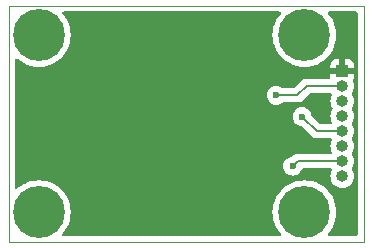
<source format=gbr>
%TF.GenerationSoftware,KiCad,Pcbnew,8.0.2*%
%TF.CreationDate,2025-01-22T12:11:11+05:30*%
%TF.ProjectId,pogo_adapter,706f676f-5f61-4646-9170-7465722e6b69,rev?*%
%TF.SameCoordinates,Original*%
%TF.FileFunction,Copper,L2,Bot*%
%TF.FilePolarity,Positive*%
%FSLAX46Y46*%
G04 Gerber Fmt 4.6, Leading zero omitted, Abs format (unit mm)*
G04 Created by KiCad (PCBNEW 8.0.2) date 2025-01-22 12:11:11*
%MOMM*%
%LPD*%
G01*
G04 APERTURE LIST*
%TA.AperFunction,ComponentPad*%
%ADD10C,4.400000*%
%TD*%
%TA.AperFunction,ComponentPad*%
%ADD11R,1.000000X1.000000*%
%TD*%
%TA.AperFunction,ComponentPad*%
%ADD12O,1.000000X1.000000*%
%TD*%
%TA.AperFunction,ViaPad*%
%ADD13C,0.600000*%
%TD*%
%TA.AperFunction,Conductor*%
%ADD14C,0.200000*%
%TD*%
%TA.AperFunction,Profile*%
%ADD15C,0.050000*%
%TD*%
G04 APERTURE END LIST*
D10*
%TO.P,M3,1*%
%TO.N,N/C*%
X82500000Y-87500000D03*
%TD*%
%TO.P,M4,1*%
%TO.N,N/C*%
X105000000Y-87500000D03*
%TD*%
%TO.P,M2,1*%
%TO.N,N/C*%
X105000000Y-72500000D03*
%TD*%
%TO.P,M1,1*%
%TO.N,N/C*%
X82500000Y-72500000D03*
%TD*%
D11*
%TO.P,J2,1,Pin_1*%
%TO.N,GND*%
X108200000Y-75550000D03*
D12*
%TO.P,J2,2,Pin_2*%
%TO.N,/TCK*%
X108200000Y-76820000D03*
%TO.P,J2,3,Pin_3*%
%TO.N,/TMS*%
X108200000Y-78090000D03*
%TO.P,J2,4,Pin_4*%
%TO.N,/TDI*%
X108200000Y-79360000D03*
%TO.P,J2,5,Pin_5*%
%TO.N,/TDO*%
X108200000Y-80630000D03*
%TO.P,J2,6,Pin_6*%
%TO.N,/~{RESET}*%
X108200000Y-81900000D03*
%TO.P,J2,7,Pin_7*%
%TO.N,/TXD*%
X108200000Y-83170000D03*
%TO.P,J2,8,Pin_8*%
%TO.N,/RXD*%
X108200000Y-84440000D03*
%TD*%
D13*
%TO.N,GND*%
X83500000Y-84000000D03*
X101500000Y-88000000D03*
X97000000Y-85500000D03*
X90500000Y-86000000D03*
X86500000Y-86000000D03*
X102500000Y-84500000D03*
X96000000Y-82000000D03*
X94500000Y-85500000D03*
X97000000Y-89000000D03*
X94500000Y-89000000D03*
X92500000Y-89000000D03*
X109000000Y-88500000D03*
X109000000Y-86500000D03*
X109000000Y-74000000D03*
X109000000Y-71000000D03*
X101500000Y-71000000D03*
X99000000Y-71000000D03*
X96500000Y-71000000D03*
X94500000Y-71000000D03*
X92000000Y-71000000D03*
X81000000Y-75500000D03*
X81000000Y-78000000D03*
X81000000Y-80500000D03*
X81000000Y-83000000D03*
X87500000Y-76000000D03*
X90000000Y-76000000D03*
X93500000Y-76000000D03*
X92500000Y-81500000D03*
X93500000Y-80000000D03*
%TO.N,/TDO*%
X104800000Y-79400000D03*
%TO.N,/TCK*%
X102600000Y-77600000D03*
%TO.N,/TXD*%
X104000000Y-83600000D03*
%TD*%
D14*
%TO.N,/TXD*%
X104430000Y-83170000D02*
X104000000Y-83600000D01*
X108200000Y-83170000D02*
X104430000Y-83170000D01*
%TO.N,/TCK*%
X105180000Y-76820000D02*
X104400000Y-77600000D01*
X104400000Y-77600000D02*
X102600000Y-77600000D01*
X108200000Y-76820000D02*
X105180000Y-76820000D01*
%TO.N,/TDO*%
X106030000Y-80630000D02*
X104800000Y-79400000D01*
X108200000Y-80630000D02*
X106030000Y-80630000D01*
%TD*%
%TA.AperFunction,Conductor*%
%TO.N,GND*%
G36*
X102948942Y-70519685D02*
G01*
X102994697Y-70572489D01*
X103004641Y-70641647D01*
X102976786Y-70702640D01*
X102977263Y-70703014D01*
X102975710Y-70704994D01*
X102975616Y-70705203D01*
X102974970Y-70705939D01*
X102773473Y-70963131D01*
X102604454Y-71242723D01*
X102604453Y-71242725D01*
X102470372Y-71540642D01*
X102470366Y-71540657D01*
X102373178Y-71852547D01*
X102314289Y-72173900D01*
X102294564Y-72500000D01*
X102314289Y-72826099D01*
X102373178Y-73147452D01*
X102470366Y-73459342D01*
X102470370Y-73459354D01*
X102470373Y-73459361D01*
X102604455Y-73757279D01*
X102768901Y-74029306D01*
X102773473Y-74036868D01*
X102974954Y-74294039D01*
X103205960Y-74525045D01*
X103463131Y-74726526D01*
X103463134Y-74726528D01*
X103463137Y-74726530D01*
X103742721Y-74895545D01*
X104040639Y-75029627D01*
X104040652Y-75029631D01*
X104040657Y-75029633D01*
X104352547Y-75126821D01*
X104673896Y-75185710D01*
X105000000Y-75205436D01*
X105326104Y-75185710D01*
X105647453Y-75126821D01*
X105959361Y-75029627D01*
X106020401Y-75002155D01*
X107200000Y-75002155D01*
X107200000Y-75300000D01*
X107950000Y-75300000D01*
X107950000Y-74550000D01*
X107652155Y-74550000D01*
X107592627Y-74556401D01*
X107592620Y-74556403D01*
X107457913Y-74606645D01*
X107457906Y-74606649D01*
X107342812Y-74692809D01*
X107342809Y-74692812D01*
X107256649Y-74807906D01*
X107256645Y-74807913D01*
X107206403Y-74942620D01*
X107206401Y-74942627D01*
X107200000Y-75002155D01*
X106020401Y-75002155D01*
X106257279Y-74895545D01*
X106536863Y-74726530D01*
X106794036Y-74525048D01*
X107025048Y-74294036D01*
X107226530Y-74036863D01*
X107395545Y-73757279D01*
X107529627Y-73459361D01*
X107626821Y-73147453D01*
X107685710Y-72826104D01*
X107705436Y-72500000D01*
X107685710Y-72173896D01*
X107626821Y-71852547D01*
X107529627Y-71540639D01*
X107395545Y-71242721D01*
X107226530Y-70963137D01*
X107226528Y-70963134D01*
X107226526Y-70963131D01*
X107022737Y-70703014D01*
X107023491Y-70702422D01*
X106995560Y-70642991D01*
X107004745Y-70573727D01*
X107049919Y-70520425D01*
X107116738Y-70500007D01*
X107118097Y-70500000D01*
X109376000Y-70500000D01*
X109443039Y-70519685D01*
X109488794Y-70572489D01*
X109500000Y-70624000D01*
X109500000Y-89376000D01*
X109480315Y-89443039D01*
X109427511Y-89488794D01*
X109376000Y-89500000D01*
X107118097Y-89500000D01*
X107051058Y-89480315D01*
X107005303Y-89427511D01*
X106995359Y-89358353D01*
X107023213Y-89297359D01*
X107022737Y-89296986D01*
X107024289Y-89295005D01*
X107024384Y-89294797D01*
X107025029Y-89294060D01*
X107226526Y-89036868D01*
X107226525Y-89036868D01*
X107226530Y-89036863D01*
X107395545Y-88757279D01*
X107529627Y-88459361D01*
X107626821Y-88147453D01*
X107685710Y-87826104D01*
X107705436Y-87500000D01*
X107685710Y-87173896D01*
X107626821Y-86852547D01*
X107529627Y-86540639D01*
X107395545Y-86242721D01*
X107226530Y-85963137D01*
X107226528Y-85963134D01*
X107226526Y-85963131D01*
X107025045Y-85705960D01*
X106794039Y-85474954D01*
X106536868Y-85273473D01*
X106529306Y-85268901D01*
X106257279Y-85104455D01*
X105959361Y-84970373D01*
X105959354Y-84970370D01*
X105959342Y-84970366D01*
X105647452Y-84873178D01*
X105326099Y-84814289D01*
X105000000Y-84794564D01*
X104673900Y-84814289D01*
X104352547Y-84873178D01*
X104040657Y-84970366D01*
X104040641Y-84970372D01*
X104040639Y-84970373D01*
X103978059Y-84998538D01*
X103742725Y-85104453D01*
X103742723Y-85104454D01*
X103463131Y-85273473D01*
X103205960Y-85474954D01*
X102974954Y-85705960D01*
X102773473Y-85963131D01*
X102604454Y-86242723D01*
X102604453Y-86242725D01*
X102470372Y-86540642D01*
X102470366Y-86540657D01*
X102373178Y-86852547D01*
X102314289Y-87173900D01*
X102294564Y-87500000D01*
X102314289Y-87826099D01*
X102373178Y-88147452D01*
X102470366Y-88459342D01*
X102470370Y-88459354D01*
X102470373Y-88459361D01*
X102604455Y-88757279D01*
X102768901Y-89029306D01*
X102773473Y-89036868D01*
X102977263Y-89296986D01*
X102976508Y-89297577D01*
X103004440Y-89357009D01*
X102995255Y-89426273D01*
X102950081Y-89479575D01*
X102883262Y-89499993D01*
X102881903Y-89500000D01*
X84618097Y-89500000D01*
X84551058Y-89480315D01*
X84505303Y-89427511D01*
X84495359Y-89358353D01*
X84523213Y-89297359D01*
X84522737Y-89296986D01*
X84524289Y-89295005D01*
X84524384Y-89294797D01*
X84525029Y-89294060D01*
X84726526Y-89036868D01*
X84726525Y-89036868D01*
X84726530Y-89036863D01*
X84895545Y-88757279D01*
X85029627Y-88459361D01*
X85126821Y-88147453D01*
X85185710Y-87826104D01*
X85205436Y-87500000D01*
X85185710Y-87173896D01*
X85126821Y-86852547D01*
X85029627Y-86540639D01*
X84895545Y-86242721D01*
X84726530Y-85963137D01*
X84726528Y-85963134D01*
X84726526Y-85963131D01*
X84525045Y-85705960D01*
X84294039Y-85474954D01*
X84036868Y-85273473D01*
X84029306Y-85268901D01*
X83757279Y-85104455D01*
X83459361Y-84970373D01*
X83459354Y-84970370D01*
X83459342Y-84970366D01*
X83147452Y-84873178D01*
X82826099Y-84814289D01*
X82500000Y-84794564D01*
X82173900Y-84814289D01*
X81852547Y-84873178D01*
X81540657Y-84970366D01*
X81540641Y-84970372D01*
X81540639Y-84970373D01*
X81478059Y-84998538D01*
X81242725Y-85104453D01*
X81242723Y-85104454D01*
X80963131Y-85273473D01*
X80703014Y-85477263D01*
X80702422Y-85476508D01*
X80642991Y-85504440D01*
X80573727Y-85495255D01*
X80520425Y-85450081D01*
X80500007Y-85383262D01*
X80500000Y-85381903D01*
X80500000Y-77599996D01*
X101794435Y-77599996D01*
X101794435Y-77600003D01*
X101814630Y-77779249D01*
X101814631Y-77779254D01*
X101874211Y-77949523D01*
X101962479Y-78090000D01*
X101970184Y-78102262D01*
X102097738Y-78229816D01*
X102250478Y-78325789D01*
X102420745Y-78385368D01*
X102420750Y-78385369D01*
X102599996Y-78405565D01*
X102600000Y-78405565D01*
X102600004Y-78405565D01*
X102779249Y-78385369D01*
X102779252Y-78385368D01*
X102779255Y-78385368D01*
X102949522Y-78325789D01*
X103102262Y-78229816D01*
X103102267Y-78229810D01*
X103105097Y-78227555D01*
X103107275Y-78226665D01*
X103108158Y-78226111D01*
X103108255Y-78226265D01*
X103169783Y-78201145D01*
X103182412Y-78200500D01*
X104313331Y-78200500D01*
X104313347Y-78200501D01*
X104320943Y-78200501D01*
X104479054Y-78200501D01*
X104479057Y-78200501D01*
X104631785Y-78159577D01*
X104681904Y-78130639D01*
X104768716Y-78080520D01*
X104880520Y-77968716D01*
X104880521Y-77968713D01*
X105392418Y-77456816D01*
X105453740Y-77423334D01*
X105480098Y-77420500D01*
X107216518Y-77420500D01*
X107283557Y-77440185D01*
X107329312Y-77492989D01*
X107339256Y-77562147D01*
X107325876Y-77602953D01*
X107271188Y-77705266D01*
X107213975Y-77893870D01*
X107194659Y-78090000D01*
X107213975Y-78286129D01*
X107271188Y-78474733D01*
X107364086Y-78648532D01*
X107367473Y-78653601D01*
X107365836Y-78654694D01*
X107389596Y-78710663D01*
X107377795Y-78779529D01*
X107367109Y-78796156D01*
X107367473Y-78796399D01*
X107364086Y-78801467D01*
X107271188Y-78975266D01*
X107213975Y-79163870D01*
X107194659Y-79360000D01*
X107213975Y-79556129D01*
X107271188Y-79744733D01*
X107325876Y-79847047D01*
X107340118Y-79915450D01*
X107315118Y-79980694D01*
X107258812Y-80022064D01*
X107216518Y-80029500D01*
X106330098Y-80029500D01*
X106263059Y-80009815D01*
X106242417Y-79993181D01*
X105630700Y-79381465D01*
X105597215Y-79320142D01*
X105595163Y-79307686D01*
X105585368Y-79220745D01*
X105525789Y-79050478D01*
X105429816Y-78897738D01*
X105302262Y-78770184D01*
X105253208Y-78739361D01*
X105149523Y-78674211D01*
X104979254Y-78614631D01*
X104979249Y-78614630D01*
X104800004Y-78594435D01*
X104799996Y-78594435D01*
X104620750Y-78614630D01*
X104620745Y-78614631D01*
X104450476Y-78674211D01*
X104297737Y-78770184D01*
X104170184Y-78897737D01*
X104074211Y-79050476D01*
X104014631Y-79220745D01*
X104014630Y-79220750D01*
X103994435Y-79399996D01*
X103994435Y-79400003D01*
X104014630Y-79579249D01*
X104014631Y-79579254D01*
X104074211Y-79749523D01*
X104135490Y-79847047D01*
X104170184Y-79902262D01*
X104297738Y-80029816D01*
X104450478Y-80125789D01*
X104620745Y-80185368D01*
X104707669Y-80195161D01*
X104772080Y-80222226D01*
X104781464Y-80230699D01*
X105661284Y-81110520D01*
X105661286Y-81110521D01*
X105661290Y-81110524D01*
X105798209Y-81189573D01*
X105798216Y-81189577D01*
X105950943Y-81230501D01*
X105950945Y-81230501D01*
X106116654Y-81230501D01*
X106116670Y-81230500D01*
X107216518Y-81230500D01*
X107283557Y-81250185D01*
X107329312Y-81302989D01*
X107339256Y-81372147D01*
X107325876Y-81412953D01*
X107271188Y-81515266D01*
X107213975Y-81703870D01*
X107194659Y-81900000D01*
X107213975Y-82096129D01*
X107271188Y-82284733D01*
X107325876Y-82387047D01*
X107340118Y-82455450D01*
X107315118Y-82520694D01*
X107258812Y-82562064D01*
X107216518Y-82569500D01*
X104516669Y-82569500D01*
X104516653Y-82569499D01*
X104509057Y-82569499D01*
X104350943Y-82569499D01*
X104236397Y-82600192D01*
X104198214Y-82610423D01*
X104161626Y-82631548D01*
X104161625Y-82631548D01*
X104061282Y-82689480D01*
X103981462Y-82769299D01*
X103920139Y-82802784D01*
X103907666Y-82804837D01*
X103820750Y-82814630D01*
X103650478Y-82874210D01*
X103497737Y-82970184D01*
X103370184Y-83097737D01*
X103274211Y-83250476D01*
X103214631Y-83420745D01*
X103214630Y-83420750D01*
X103194435Y-83599996D01*
X103194435Y-83600003D01*
X103214630Y-83779249D01*
X103214631Y-83779254D01*
X103274211Y-83949523D01*
X103340654Y-84055266D01*
X103370184Y-84102262D01*
X103497738Y-84229816D01*
X103650478Y-84325789D01*
X103820745Y-84385368D01*
X103820750Y-84385369D01*
X103999996Y-84405565D01*
X104000000Y-84405565D01*
X104000004Y-84405565D01*
X104179249Y-84385369D01*
X104179252Y-84385368D01*
X104179255Y-84385368D01*
X104349522Y-84325789D01*
X104502262Y-84229816D01*
X104629816Y-84102262D01*
X104725789Y-83949522D01*
X104759372Y-83853544D01*
X104800093Y-83796770D01*
X104865046Y-83771022D01*
X104876414Y-83770500D01*
X107216518Y-83770500D01*
X107283557Y-83790185D01*
X107329312Y-83842989D01*
X107339256Y-83912147D01*
X107325876Y-83952953D01*
X107271188Y-84055266D01*
X107213975Y-84243870D01*
X107194659Y-84440000D01*
X107213975Y-84636129D01*
X107271188Y-84824733D01*
X107364086Y-84998532D01*
X107364090Y-84998539D01*
X107489116Y-85150883D01*
X107641460Y-85275909D01*
X107641467Y-85275913D01*
X107815266Y-85368811D01*
X107815269Y-85368811D01*
X107815273Y-85368814D01*
X108003868Y-85426024D01*
X108200000Y-85445341D01*
X108396132Y-85426024D01*
X108584727Y-85368814D01*
X108758538Y-85275910D01*
X108910883Y-85150883D01*
X109035910Y-84998538D01*
X109128814Y-84824727D01*
X109186024Y-84636132D01*
X109205341Y-84440000D01*
X109186024Y-84243868D01*
X109128814Y-84055273D01*
X109035910Y-83881462D01*
X109035907Y-83881458D01*
X109032523Y-83876393D01*
X109034164Y-83875296D01*
X109010405Y-83819361D01*
X109022194Y-83750493D01*
X109032888Y-83733851D01*
X109032523Y-83733607D01*
X109035904Y-83728544D01*
X109035910Y-83728538D01*
X109128814Y-83554727D01*
X109186024Y-83366132D01*
X109205341Y-83170000D01*
X109186024Y-82973868D01*
X109128814Y-82785273D01*
X109035910Y-82611462D01*
X109035907Y-82611458D01*
X109032523Y-82606393D01*
X109034164Y-82605296D01*
X109010405Y-82549361D01*
X109022194Y-82480493D01*
X109032888Y-82463851D01*
X109032523Y-82463607D01*
X109035904Y-82458544D01*
X109035910Y-82458538D01*
X109128814Y-82284727D01*
X109186024Y-82096132D01*
X109205341Y-81900000D01*
X109186024Y-81703868D01*
X109128814Y-81515273D01*
X109035910Y-81341462D01*
X109035907Y-81341458D01*
X109032523Y-81336393D01*
X109034164Y-81335296D01*
X109010405Y-81279361D01*
X109022194Y-81210493D01*
X109032888Y-81193851D01*
X109032523Y-81193607D01*
X109035904Y-81188544D01*
X109035910Y-81188538D01*
X109128814Y-81014727D01*
X109186024Y-80826132D01*
X109205341Y-80630000D01*
X109186024Y-80433868D01*
X109128814Y-80245273D01*
X109035910Y-80071462D01*
X109035907Y-80071458D01*
X109032523Y-80066393D01*
X109034164Y-80065296D01*
X109010405Y-80009361D01*
X109022194Y-79940493D01*
X109032888Y-79923851D01*
X109032523Y-79923607D01*
X109035904Y-79918544D01*
X109035910Y-79918538D01*
X109128814Y-79744727D01*
X109186024Y-79556132D01*
X109205341Y-79360000D01*
X109186024Y-79163868D01*
X109128814Y-78975273D01*
X109035910Y-78801462D01*
X109035907Y-78801458D01*
X109032523Y-78796393D01*
X109034164Y-78795296D01*
X109010405Y-78739361D01*
X109022194Y-78670493D01*
X109032888Y-78653851D01*
X109032523Y-78653607D01*
X109035904Y-78648544D01*
X109035910Y-78648538D01*
X109128814Y-78474727D01*
X109186024Y-78286132D01*
X109205341Y-78090000D01*
X109186024Y-77893868D01*
X109128814Y-77705273D01*
X109035910Y-77531462D01*
X109035907Y-77531458D01*
X109032523Y-77526393D01*
X109034164Y-77525296D01*
X109010405Y-77469361D01*
X109022194Y-77400493D01*
X109032888Y-77383851D01*
X109032523Y-77383607D01*
X109035904Y-77378544D01*
X109035910Y-77378538D01*
X109128814Y-77204727D01*
X109186024Y-77016132D01*
X109205341Y-76820000D01*
X109186024Y-76623868D01*
X109128814Y-76435273D01*
X109127419Y-76432663D01*
X109127100Y-76431135D01*
X109126482Y-76429641D01*
X109126765Y-76429523D01*
X109113174Y-76364261D01*
X109137512Y-76299890D01*
X109143351Y-76292089D01*
X109193597Y-76157376D01*
X109193598Y-76157372D01*
X109199999Y-76097844D01*
X109200000Y-76097827D01*
X109200000Y-75800000D01*
X108409618Y-75800000D01*
X108460064Y-75749554D01*
X108502851Y-75675445D01*
X108525000Y-75592787D01*
X108525000Y-75507213D01*
X108502851Y-75424555D01*
X108460064Y-75350446D01*
X108409618Y-75300000D01*
X108450000Y-75300000D01*
X109200000Y-75300000D01*
X109200000Y-75002172D01*
X109199999Y-75002155D01*
X109193598Y-74942627D01*
X109193596Y-74942620D01*
X109143354Y-74807913D01*
X109143350Y-74807906D01*
X109057190Y-74692812D01*
X109057187Y-74692809D01*
X108942093Y-74606649D01*
X108942086Y-74606645D01*
X108807379Y-74556403D01*
X108807372Y-74556401D01*
X108747844Y-74550000D01*
X108450000Y-74550000D01*
X108450000Y-75300000D01*
X108409618Y-75300000D01*
X108399554Y-75289936D01*
X108325445Y-75247149D01*
X108242787Y-75225000D01*
X108157213Y-75225000D01*
X108074555Y-75247149D01*
X108000446Y-75289936D01*
X107939936Y-75350446D01*
X107897149Y-75424555D01*
X107875000Y-75507213D01*
X107875000Y-75592787D01*
X107897149Y-75675445D01*
X107939936Y-75749554D01*
X107990382Y-75800000D01*
X107200000Y-75800000D01*
X107200000Y-76095500D01*
X107180315Y-76162539D01*
X107127511Y-76208294D01*
X107076000Y-76219500D01*
X105266670Y-76219500D01*
X105266654Y-76219499D01*
X105259058Y-76219499D01*
X105100943Y-76219499D01*
X105024579Y-76239961D01*
X104948214Y-76260423D01*
X104948209Y-76260426D01*
X104811290Y-76339475D01*
X104811282Y-76339481D01*
X104187584Y-76963181D01*
X104126261Y-76996666D01*
X104099903Y-76999500D01*
X103182412Y-76999500D01*
X103115373Y-76979815D01*
X103105097Y-76972445D01*
X103102263Y-76970185D01*
X103102262Y-76970184D01*
X103045496Y-76934515D01*
X102949523Y-76874211D01*
X102779254Y-76814631D01*
X102779249Y-76814630D01*
X102600004Y-76794435D01*
X102599996Y-76794435D01*
X102420750Y-76814630D01*
X102420745Y-76814631D01*
X102250476Y-76874211D01*
X102097737Y-76970184D01*
X101970184Y-77097737D01*
X101874211Y-77250476D01*
X101814631Y-77420745D01*
X101814630Y-77420750D01*
X101794435Y-77599996D01*
X80500000Y-77599996D01*
X80500000Y-74618096D01*
X80519685Y-74551057D01*
X80572489Y-74505302D01*
X80641647Y-74495358D01*
X80702641Y-74523213D01*
X80703014Y-74522737D01*
X80704991Y-74524286D01*
X80705203Y-74524383D01*
X80705946Y-74525034D01*
X80963131Y-74726526D01*
X80963134Y-74726528D01*
X80963137Y-74726530D01*
X81242721Y-74895545D01*
X81540639Y-75029627D01*
X81540652Y-75029631D01*
X81540657Y-75029633D01*
X81852547Y-75126821D01*
X82173896Y-75185710D01*
X82500000Y-75205436D01*
X82826104Y-75185710D01*
X83147453Y-75126821D01*
X83459361Y-75029627D01*
X83757279Y-74895545D01*
X84036863Y-74726530D01*
X84294036Y-74525048D01*
X84525048Y-74294036D01*
X84726530Y-74036863D01*
X84895545Y-73757279D01*
X85029627Y-73459361D01*
X85126821Y-73147453D01*
X85185710Y-72826104D01*
X85205436Y-72500000D01*
X85185710Y-72173896D01*
X85126821Y-71852547D01*
X85029627Y-71540639D01*
X84895545Y-71242721D01*
X84726530Y-70963137D01*
X84726528Y-70963134D01*
X84726526Y-70963131D01*
X84522737Y-70703014D01*
X84523491Y-70702422D01*
X84495560Y-70642991D01*
X84504745Y-70573727D01*
X84549919Y-70520425D01*
X84616738Y-70500007D01*
X84618097Y-70500000D01*
X102881903Y-70500000D01*
X102948942Y-70519685D01*
G37*
%TD.AperFunction*%
%TD*%
D15*
X80000000Y-70000000D02*
X110000000Y-70000000D01*
X80000000Y-90000000D02*
X80000000Y-70000000D01*
X110000000Y-90000000D02*
X80000000Y-90000000D01*
X110000000Y-70000000D02*
X110000000Y-90000000D01*
M02*

</source>
